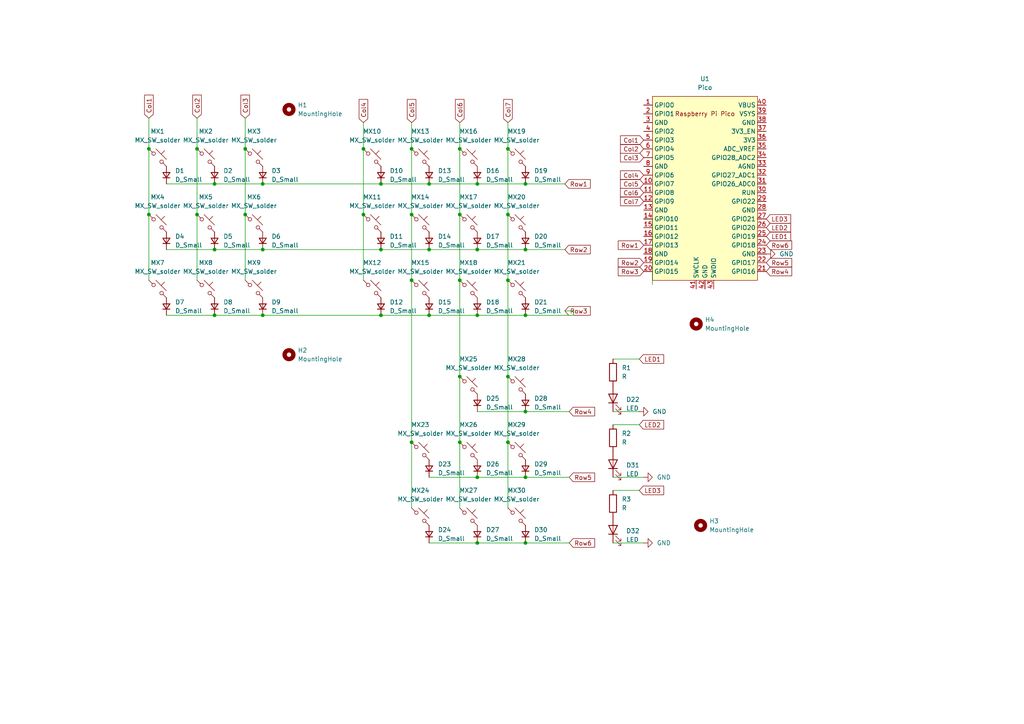
<source format=kicad_sch>
(kicad_sch (version 20250114) (generator "eeschema") (generator_version "9.0")
  (paper "A4")
  (lib_symbols
    (symbol "Device:D_Small" (pin_numbers (hide yes)) (pin_names (offset 0.254) (hide yes))
      (property "Reference" "D" (at -1.27 2.032 0))
      (property "Value" "D_Small" (at -3.81 -2.032 0))
      (symbol "D_Small_0_1"
        (polyline (pts (xy -0.762 0) (xy 0.762 0)))
        (polyline (pts (xy -0.762 -1.016) (xy -0.762 1.016)) (stroke (width 0.254)))
        (polyline (pts (xy 0.762 -1.016) (xy -0.762 0) (xy 0.762 1.016) (xy 0.762 -1.016)) (stroke (width 0.254)))
      )
      (symbol "D_Small_1_1"
        (pin passive line (at -2.54 0 0) (length 1.778) (name "K") (number "1"))
        (pin passive line (at 2.54 0 180) (length 1.778) (name "A") (number "2"))
      )
    )
    (symbol "Device:LED" (pin_numbers (hide yes)) (pin_names (offset 1.016) (hide yes))
      (property "Reference" "D" (at 0 2.54 0))
      (property "Value" "LED" (at 0 -2.54 0))
      (symbol "LED_0_1"
        (polyline (pts (xy -3.048 -0.762) (xy -4.572 -2.286) (xy -3.81 -2.286) (xy -4.572 -2.286) (xy -4.572 -1.524)))
        (polyline (pts (xy -1.778 -0.762) (xy -3.302 -2.286) (xy -2.54 -2.286) (xy -3.302 -2.286) (xy -3.302 -1.524)))
        (polyline (pts (xy -1.27 0) (xy 1.27 0)))
        (polyline (pts (xy -1.27 -1.27) (xy -1.27 1.27)) (stroke (width 0.254)))
        (polyline (pts (xy 1.27 -1.27) (xy 1.27 1.27) (xy -1.27 0) (xy 1.27 -1.27)) (stroke (width 0.254)))
      )
      (symbol "LED_1_1"
        (pin passive line (at -3.81 0 0) (length 2.54) (name "K") (number "1"))
        (pin passive line (at 3.81 0 180) (length 2.54) (name "A") (number "2"))
      )
    )
    (symbol "Device:R" (pin_numbers (hide yes)) (pin_names (offset 0))
      (property "Reference" "R" (at 2.032 0 90))
      (property "Value" "R" (at 0 0 90))
      (symbol "R_0_1"
        (rectangle (start -1.016 -2.54) (end 1.016 2.54) (stroke (width 0.254)))
      )
      (symbol "R_1_1"
        (pin passive line (at 0 3.81 270) (length 1.27) (name "~") (number "1"))
        (pin passive line (at 0 -3.81 90) (length 1.27) (name "~") (number "2"))
      )
    )
    (symbol "MCU_RaspberryPi_and_Boards:Pico"
      (property "Reference" "U" (at -13.97 27.94 0))
      (property "Value" "Pico" (at 0 19.05 0))
      (symbol "Pico_0_0"
        (text "Raspberry Pi Pico" (at 0 21.59 0) (effects (font (size 1.27 1.27))))
      )
      (symbol "Pico_0_1"
        (rectangle (start -15.24 26.67) (end 15.24 -26.67) (fill (type background)))
      )
      (symbol "Pico_1_1"
        (pin bidirectional line (at -17.78 24.13 0) (length 2.54) (name "GPIO0") (number "1"))
        (pin bidirectional line (at -17.78 21.59 0) (length 2.54) (name "GPIO1") (number "2"))
        (pin power_in line (at -17.78 19.05 0) (length 2.54) (name "GND") (number "3"))
        (pin bidirectional line (at -17.78 16.51 0) (length 2.54) (name "GPIO2") (number "4"))
        (pin bidirectional line (at -17.78 13.97 0) (length 2.54) (name "GPIO3") (number "5"))
        (pin bidirectional line (at -17.78 11.43 0) (length 2.54) (name "GPIO4") (number "6"))
        (pin bidirectional line (at -17.78 8.89 0) (length 2.54) (name "GPIO5") (number "7"))
        (pin power_in line (at -17.78 6.35 0) (length 2.54) (name "GND") (number "8"))
        (pin bidirectional line (at -17.78 3.81 0) (length 2.54) (name "GPIO6") (number "9"))
        (pin bidirectional line (at -17.78 1.27 0) (length 2.54) (name "GPIO7") (number "10"))
        (pin bidirectional line (at -17.78 -1.27 0) (length 2.54) (name "GPIO8") (number "11"))
        (pin bidirectional line (at -17.78 -3.81 0) (length 2.54) (name "GPIO9") (number "12"))
        (pin power_in line (at -17.78 -6.35 0) (length 2.54) (name "GND") (number "13"))
        (pin bidirectional line (at -17.78 -8.89 0) (length 2.54) (name "GPIO10") (number "14"))
        (pin bidirectional line (at -17.78 -11.43 0) (length 2.54) (name "GPIO11") (number "15"))
        (pin bidirectional line (at -17.78 -13.97 0) (length 2.54) (name "GPIO12") (number "16"))
        (pin bidirectional line (at -17.78 -16.51 0) (length 2.54) (name "GPIO13") (number "17"))
        (pin power_in line (at -17.78 -19.05 0) (length 2.54) (name "GND") (number "18"))
        (pin bidirectional line (at -17.78 -21.59 0) (length 2.54) (name "GPIO14") (number "19"))
        (pin bidirectional line (at -17.78 -24.13 0) (length 2.54) (name "GPIO15") (number "20"))
        (pin input line (at -2.54 -29.21 90) (length 2.54) (name "SWCLK") (number "41"))
        (pin power_in line (at 0 -29.21 90) (length 2.54) (name "GND") (number "42"))
        (pin bidirectional line (at 2.54 -29.21 90) (length 2.54) (name "SWDIO") (number "43"))
        (pin power_in line (at 17.78 24.13 180) (length 2.54) (name "VBUS") (number "40"))
        (pin power_in line (at 17.78 21.59 180) (length 2.54) (name "VSYS") (number "39"))
        (pin bidirectional line (at 17.78 19.05 180) (length 2.54) (name "GND") (number "38"))
        (pin input line (at 17.78 16.51 180) (length 2.54) (name "3V3_EN") (number "37"))
        (pin power_in line (at 17.78 13.97 180) (length 2.54) (name "3V3") (number "36"))
        (pin power_in line (at 17.78 11.43 180) (length 2.54) (name "ADC_VREF") (number "35"))
        (pin bidirectional line (at 17.78 8.89 180) (length 2.54) (name "GPIO28_ADC2") (number "34"))
        (pin power_in line (at 17.78 6.35 180) (length 2.54) (name "AGND") (number "33"))
        (pin bidirectional line (at 17.78 3.81 180) (length 2.54) (name "GPIO27_ADC1") (number "32"))
        (pin bidirectional line (at 17.78 1.27 180) (length 2.54) (name "GPIO26_ADC0") (number "31"))
        (pin input line (at 17.78 -1.27 180) (length 2.54) (name "RUN") (number "30"))
        (pin bidirectional line (at 17.78 -3.81 180) (length 2.54) (name "GPIO22") (number "29"))
        (pin power_in line (at 17.78 -6.35 180) (length 2.54) (name "GND") (number "28"))
        (pin bidirectional line (at 17.78 -8.89 180) (length 2.54) (name "GPIO21") (number "27"))
        (pin bidirectional line (at 17.78 -11.43 180) (length 2.54) (name "GPIO20") (number "26"))
        (pin bidirectional line (at 17.78 -13.97 180) (length 2.54) (name "GPIO19") (number "25"))
        (pin bidirectional line (at 17.78 -16.51 180) (length 2.54) (name "GPIO18") (number "24"))
        (pin power_in line (at 17.78 -19.05 180) (length 2.54) (name "GND") (number "23"))
        (pin bidirectional line (at 17.78 -21.59 180) (length 2.54) (name "GPIO17") (number "22"))
        (pin bidirectional line (at 17.78 -24.13 180) (length 2.54) (name "GPIO16") (number "21"))
      )
    )
    (symbol "Mechanical:MountingHole" (pin_names (offset 1.016)) (in_bom no)
      (property "Reference" "H" (at 0 5.08 0))
      (property "Value" "MountingHole" (at 0 3.175 0))
      (symbol "MountingHole_0_1"
        (circle (center 0 0) (radius 1.27) (stroke (width 1.27)))
      )
    )
    (symbol "PCM_marbastlib-mx:MX_SW_solder" (pin_numbers (hide yes)) (pin_names (offset 1.016) (hide yes))
      (property "Reference" "MX" (at 3.048 1.016 0))
      (property "Value" "MX_SW_solder" (at 0 -3.81 0))
      (symbol "MX_SW_solder_0_1"
        (polyline (pts (xy -2.54 2.54) (xy -1.524 1.524) (xy -1.524 1.524)))
        (circle (center -1.1684 1.1684) (radius 0.508))
        (polyline (pts (xy -0.508 2.54) (xy 2.54 -0.508)))
        (polyline (pts (xy 1.016 1.016) (xy 2.032 2.032)))
        (circle (center 1.143 -1.1938) (radius 0.508))
        (polyline (pts (xy 1.524 -1.524) (xy 2.54 -2.54) (xy 2.54 -2.54) (xy 2.54 -2.54)))
        (pin passive line (at -2.54 2.54 0) (length 0) (name "1") (number "1"))
        (pin passive line (at 2.54 -2.54 180) (length 0) (name "2") (number "2"))
      )
    )
    (symbol "power:GND" (power) (pin_numbers (hide yes)) (pin_names (offset 0) (hide yes))
      (property "Value" "GND" (at 0 -3.81 0))
      (symbol "GND_0_1"
        (polyline (pts (xy 0 0) (xy 0 -1.27) (xy 1.27 -1.27) (xy 0 -2.54) (xy -1.27 -1.27) (xy 0 -1.27)))
      )
      (symbol "GND_1_1"
        (pin power_in line (at 0 0 270) (length 0) (name "~") (number "1"))
      )
    )
  )
  (junction (at 110.49 91.44))
  (junction (at 138.43 157.48))
  (junction (at 147.32 43.18))
  (junction (at 76.2 53.34))
  (junction (at 124.46 53.34))
  (junction (at 43.18 62.23))
  (junction (at 138.43 138.43))
  (junction (at 71.12 62.23))
  (junction (at 43.18 43.18))
  (junction (at 152.4 138.43))
  (junction (at 119.38 128.27))
  (junction (at 119.38 43.18))
  (junction (at 152.4 72.39))
  (junction (at 105.41 62.23))
  (junction (at 105.41 43.18))
  (junction (at 133.35 109.22))
  (junction (at 133.35 128.27))
  (junction (at 57.15 62.23))
  (junction (at 152.4 53.34))
  (junction (at 152.4 91.44))
  (junction (at 152.4 119.38))
  (junction (at 124.46 72.39))
  (junction (at 133.35 62.23))
  (junction (at 133.35 43.18))
  (junction (at 147.32 81.28))
  (junction (at 110.49 72.39))
  (junction (at 147.32 62.23))
  (junction (at 138.43 53.34))
  (junction (at 147.32 128.27))
  (junction (at 76.2 72.39))
  (junction (at 76.2 91.44))
  (junction (at 147.32 109.22))
  (junction (at 119.38 81.28))
  (junction (at 62.23 91.44))
  (junction (at 62.23 72.39))
  (junction (at 138.43 72.39))
  (junction (at 110.49 53.34))
  (junction (at 124.46 91.44))
  (junction (at 133.35 81.28))
  (junction (at 57.15 43.18))
  (junction (at 138.43 91.44))
  (junction (at 119.38 62.23))
  (junction (at 71.12 43.18))
  (junction (at 62.23 53.34))
  (junction (at 152.4 157.48))
  (wire (pts (xy 138.43 91.44) (xy 152.4 91.44)))
  (wire (pts (xy 105.41 43.18) (xy 105.41 62.23)))
  (wire (pts (xy 147.32 43.18) (xy 147.32 62.23)))
  (wire (pts (xy 133.35 81.28) (xy 133.35 109.22)))
  (wire (pts (xy 152.4 138.43) (xy 165.1 138.43)))
  (wire (pts (xy 133.35 62.23) (xy 133.35 81.28)))
  (wire (pts (xy 43.18 43.18) (xy 43.18 62.23)))
  (wire (pts (xy 138.43 53.34) (xy 152.4 53.34)))
  (wire (pts (xy 119.38 81.28) (xy 119.38 128.27)))
  (wire (pts (xy 110.49 53.34) (xy 124.46 53.34)))
  (wire (pts (xy 138.43 138.43) (xy 152.4 138.43)))
  (wire (pts (xy 166.37 90.17) (xy 163.83 90.17)))
  (wire (pts (xy 124.46 157.48) (xy 138.43 157.48)))
  (wire (pts (xy 105.41 62.23) (xy 105.41 81.28)))
  (wire (pts (xy 57.15 62.23) (xy 57.15 81.28)))
  (wire (pts (xy 119.38 43.18) (xy 119.38 62.23)))
  (wire (pts (xy 177.8 123.19) (xy 185.42 123.19)))
  (wire (pts (xy 43.18 34.29) (xy 43.18 43.18)))
  (wire (pts (xy 119.38 62.23) (xy 119.38 81.28)))
  (wire (pts (xy 62.23 91.44) (xy 76.2 91.44)))
  (wire (pts (xy 43.18 62.23) (xy 43.18 81.28)))
  (wire (pts (xy 177.8 104.14) (xy 185.42 104.14)))
  (wire (pts (xy 105.41 35.56) (xy 105.41 43.18)))
  (wire (pts (xy 133.35 128.27) (xy 133.35 147.32)))
  (wire (pts (xy 177.8 138.43) (xy 186.69 138.43)))
  (wire (pts (xy 189.23 63.5) (xy 186.69 63.5)))
  (wire (pts (xy 71.12 43.18) (xy 71.12 62.23)))
  (wire (pts (xy 177.8 157.48) (xy 186.69 157.48)))
  (wire (pts (xy 133.35 109.22) (xy 133.35 128.27)))
  (wire (pts (xy 147.32 109.22) (xy 147.32 128.27)))
  (wire (pts (xy 147.32 81.28) (xy 147.32 109.22)))
  (wire (pts (xy 147.32 128.27) (xy 147.32 147.32)))
  (wire (pts (xy 147.32 35.56) (xy 147.32 43.18)))
  (wire (pts (xy 62.23 72.39) (xy 76.2 72.39)))
  (wire (pts (xy 189.23 82.55) (xy 189.23 63.5)))
  (wire (pts (xy 138.43 119.38) (xy 152.4 119.38)))
  (wire (pts (xy 76.2 53.34) (xy 110.49 53.34)))
  (wire (pts (xy 124.46 91.44) (xy 138.43 91.44)))
  (wire (pts (xy 76.2 72.39) (xy 110.49 72.39)))
  (wire (pts (xy 124.46 53.34) (xy 138.43 53.34)))
  (wire (pts (xy 177.8 142.24) (xy 185.42 142.24)))
  (wire (pts (xy 163.83 53.34) (xy 152.4 53.34)))
  (wire (pts (xy 177.8 119.38) (xy 185.42 119.38)))
  (wire (pts (xy 133.35 43.18) (xy 133.35 62.23)))
  (wire (pts (xy 152.4 72.39) (xy 163.83 72.39)))
  (wire (pts (xy 71.12 62.23) (xy 71.12 81.28)))
  (wire (pts (xy 110.49 72.39) (xy 124.46 72.39)))
  (wire (pts (xy 152.4 157.48) (xy 165.1 157.48)))
  (wire (pts (xy 48.26 72.39) (xy 62.23 72.39)))
  (wire (pts (xy 138.43 72.39) (xy 152.4 72.39)))
  (wire (pts (xy 124.46 72.39) (xy 138.43 72.39)))
  (wire (pts (xy 62.23 53.34) (xy 76.2 53.34)))
  (wire (pts (xy 147.32 62.23) (xy 147.32 81.28)))
  (wire (pts (xy 133.35 35.56) (xy 133.35 43.18)))
  (wire (pts (xy 48.26 53.34) (xy 62.23 53.34)))
  (wire (pts (xy 71.12 34.29) (xy 71.12 43.18)))
  (wire (pts (xy 119.38 35.56) (xy 119.38 43.18)))
  (wire (pts (xy 138.43 157.48) (xy 152.4 157.48)))
  (wire (pts (xy 57.15 34.29) (xy 57.15 43.18)))
  (wire (pts (xy 110.49 91.44) (xy 124.46 91.44)))
  (wire (pts (xy 166.37 90.17) (xy 166.37 91.44)))
  (wire (pts (xy 57.15 43.18) (xy 57.15 62.23)))
  (wire (pts (xy 166.37 91.44) (xy 152.4 91.44)))
  (wire (pts (xy 124.46 138.43) (xy 138.43 138.43)))
  (wire (pts (xy 48.26 91.44) (xy 62.23 91.44)))
  (wire (pts (xy 76.2 91.44) (xy 110.49 91.44)))
  (wire (pts (xy 152.4 119.38) (xy 165.1 119.38)))
  (wire (pts (xy 119.38 128.27) (xy 119.38 147.32)))
  (global_label "Col6" (shape input) (at 186.69 55.88 180) (property "Intersheetrefs" "${INTERSHEET_REFS}" (effects (hide yes))))
  (global_label "Row3" (shape input) (at 186.69 78.74 180) (property "Intersheetrefs" "${INTERSHEET_REFS}" (effects (hide yes))))
  (global_label "Col3" (shape input) (at 71.12 34.29 90) (property "Intersheetrefs" "${INTERSHEET_REFS}" (effects (hide yes))))
  (global_label "Row4" (shape input) (at 165.1 119.38 0) (property "Intersheetrefs" "${INTERSHEET_REFS}" (effects (hide yes))))
  (global_label "Col2" (shape input) (at 186.69 43.18 180) (property "Intersheetrefs" "${INTERSHEET_REFS}" (effects (hide yes))))
  (global_label "LED1" (shape input) (at 185.42 104.14 0) (property "Intersheetrefs" "${INTERSHEET_REFS}" (effects (hide yes))))
  (global_label "Col3" (shape input) (at 186.69 45.72 180) (property "Intersheetrefs" "${INTERSHEET_REFS}" (effects (hide yes))))
  (global_label "LED2" (shape input) (at 222.25 66.04 0) (property "Intersheetrefs" "${INTERSHEET_REFS}" (effects (hide yes))))
  (global_label "Col4" (shape input) (at 105.41 35.56 90) (property "Intersheetrefs" "${INTERSHEET_REFS}" (effects (hide yes))))
  (global_label "LED2" (shape input) (at 185.42 123.19 0) (property "Intersheetrefs" "${INTERSHEET_REFS}" (effects (hide yes))))
  (global_label "Row4" (shape input) (at 222.25 78.74 0) (property "Intersheetrefs" "${INTERSHEET_REFS}" (effects (hide yes))))
  (global_label "Row2" (shape input) (at 163.83 72.39 0) (property "Intersheetrefs" "${INTERSHEET_REFS}" (effects (hide yes))))
  (global_label "Col1" (shape input) (at 186.69 40.64 180) (property "Intersheetrefs" "${INTERSHEET_REFS}" (effects (hide yes))))
  (global_label "Row3" (shape input) (at 163.83 90.17 0) (property "Intersheetrefs" "${INTERSHEET_REFS}" (effects (hide yes))))
  (global_label "Col2" (shape input) (at 57.15 34.29 90) (property "Intersheetrefs" "${INTERSHEET_REFS}" (effects (hide yes))))
  (global_label "Row1" (shape input) (at 186.69 71.12 180) (property "Intersheetrefs" "${INTERSHEET_REFS}" (effects (hide yes))))
  (global_label "Row5" (shape input) (at 165.1 138.43 0) (property "Intersheetrefs" "${INTERSHEET_REFS}" (effects (hide yes))))
  (global_label "Row5" (shape input) (at 222.25 76.2 0) (property "Intersheetrefs" "${INTERSHEET_REFS}" (effects (hide yes))))
  (global_label "LED3" (shape input) (at 185.42 142.24 0) (property "Intersheetrefs" "${INTERSHEET_REFS}" (effects (hide yes))))
  (global_label "Col1" (shape input) (at 43.18 34.29 90) (property "Intersheetrefs" "${INTERSHEET_REFS}" (effects (hide yes))))
  (global_label "Col4" (shape input) (at 186.69 50.8 180) (property "Intersheetrefs" "${INTERSHEET_REFS}" (effects (hide yes))))
  (global_label "Row1" (shape input) (at 163.83 53.34 0) (property "Intersheetrefs" "${INTERSHEET_REFS}" (effects (hide yes))))
  (global_label "Col5" (shape input) (at 119.38 35.56 90) (property "Intersheetrefs" "${INTERSHEET_REFS}" (effects (hide yes))))
  (global_label "LED1" (shape input) (at 222.25 68.58 0) (property "Intersheetrefs" "${INTERSHEET_REFS}" (effects (hide yes))))
  (global_label "Col5" (shape input) (at 186.69 53.34 180) (property "Intersheetrefs" "${INTERSHEET_REFS}" (effects (hide yes))))
  (global_label "Row2" (shape input) (at 186.69 76.2 180) (property "Intersheetrefs" "${INTERSHEET_REFS}" (effects (hide yes))))
  (global_label "Col7" (shape input) (at 147.32 35.56 90) (property "Intersheetrefs" "${INTERSHEET_REFS}" (effects (hide yes))))
  (global_label "Col6" (shape input) (at 133.35 35.56 90) (property "Intersheetrefs" "${INTERSHEET_REFS}" (effects (hide yes))))
  (global_label "LED3" (shape input) (at 222.25 63.5 0) (property "Intersheetrefs" "${INTERSHEET_REFS}" (effects (hide yes))))
  (global_label "Col7" (shape input) (at 186.69 58.42 180) (property "Intersheetrefs" "${INTERSHEET_REFS}" (effects (hide yes))))
  (global_label "Row6" (shape input) (at 222.25 71.12 0) (property "Intersheetrefs" "${INTERSHEET_REFS}" (effects (hide yes))))
  (global_label "Row6" (shape input) (at 165.1 157.48 0) (property "Intersheetrefs" "${INTERSHEET_REFS}" (effects (hide yes))))
  (symbol (lib_id "Device:R") (at 177.8 146.05 0) (unit 1)
    (property "Reference" "R3" (at 180.34 144.7799 0) (effects (justify left)))
    (property "Value" "R" (at 180.34 147.3199 0) (effects (justify left)))
    (property "Footprint" "Resistor_THT:R_Axial_DIN0204_L3.6mm_D1.6mm_P5.08mm_Horizontal" (effects (hide yes)))
    (property "Description" "Resistor" (effects (hide yes)))
  )
  (symbol (lib_id "Device:D_Small") (at 152.4 88.9 90) (unit 1)
    (property "Reference" "D21" (at 154.94 87.6299 90) (effects (justify right)))
    (property "Value" "D_Small" (at 154.94 90.1699 90) (effects (justify right)))
    (property "Footprint" "Diode_THT:D_T-1_P5.08mm_Horizontal" (effects (hide yes)))
    (property "Description" "Diode, small symbol" (effects (hide yes)))
    (property "Sim.Device" "D" (effects (hide yes)))
    (property "Sim.Pins" "1=K 2=A" (effects (hide yes)))
  )
  (symbol (lib_id "PCM_marbastlib-mx:MX_SW_solder") (at 59.69 64.77 0) (unit 1)
    (property "Reference" "MX5" (at 59.69 57.15 0))
    (property "Value" "MX_SW_solder" (at 59.69 59.69 0))
    (property "Footprint" "PCM_marbastlib-mx:SW_MX_1u" (effects (hide yes)))
    (property "Description" "Push button switch, normally open, two pins, 45° tilted" (effects (hide yes)))
  )
  (symbol (lib_id "Device:D_Small") (at 124.46 50.8 90) (unit 1)
    (property "Reference" "D13" (at 127 49.5299 90) (effects (justify right)))
    (property "Value" "D_Small" (at 127 52.0699 90) (effects (justify right)))
    (property "Footprint" "Diode_THT:D_T-1_P5.08mm_Horizontal" (effects (hide yes)))
    (property "Description" "Diode, small symbol" (effects (hide yes)))
    (property "Sim.Device" "D" (effects (hide yes)))
    (property "Sim.Pins" "1=K 2=A" (effects (hide yes)))
  )
  (symbol (lib_id "Device:D_Small") (at 152.4 135.89 90) (unit 1)
    (property "Reference" "D29" (at 154.94 134.6199 90) (effects (justify right)))
    (property "Value" "D_Small" (at 154.94 137.1599 90) (effects (justify right)))
    (property "Footprint" "Diode_THT:D_T-1_P5.08mm_Horizontal" (effects (hide yes)))
    (property "Description" "Diode, small symbol" (effects (hide yes)))
    (property "Sim.Device" "D" (effects (hide yes)))
    (property "Sim.Pins" "1=K 2=A" (effects (hide yes)))
  )
  (symbol (lib_id "PCM_marbastlib-mx:MX_SW_solder") (at 121.92 130.81 0) (unit 1)
    (property "Reference" "MX23" (at 121.92 123.19 0))
    (property "Value" "MX_SW_solder" (at 121.92 125.73 0))
    (property "Footprint" "PCM_marbastlib-mx:SW_MX_1u" (effects (hide yes)))
    (property "Description" "Push button switch, normally open, two pins, 45° tilted" (effects (hide yes)))
  )
  (symbol (lib_id "Device:D_Small") (at 124.46 135.89 90) (unit 1)
    (property "Reference" "D23" (at 127 134.6199 90) (effects (justify right)))
    (property "Value" "D_Small" (at 127 137.1599 90) (effects (justify right)))
    (property "Footprint" "Diode_THT:D_T-1_P5.08mm_Horizontal" (effects (hide yes)))
    (property "Description" "Diode, small symbol" (effects (hide yes)))
    (property "Sim.Device" "D" (effects (hide yes)))
    (property "Sim.Pins" "1=K 2=A" (effects (hide yes)))
  )
  (symbol (lib_id "Device:D_Small") (at 152.4 154.94 90) (unit 1)
    (property "Reference" "D30" (at 154.94 153.6699 90) (effects (justify right)))
    (property "Value" "D_Small" (at 154.94 156.2099 90) (effects (justify right)))
    (property "Footprint" "Diode_THT:D_T-1_P5.08mm_Horizontal" (effects (hide yes)))
    (property "Description" "Diode, small symbol" (effects (hide yes)))
    (property "Sim.Device" "D" (effects (hide yes)))
    (property "Sim.Pins" "1=K 2=A" (effects (hide yes)))
  )
  (symbol (lib_id "Device:D_Small") (at 138.43 50.8 90) (unit 1)
    (property "Reference" "D16" (at 140.97 49.5299 90) (effects (justify right)))
    (property "Value" "D_Small" (at 140.97 52.0699 90) (effects (justify right)))
    (property "Footprint" "Diode_THT:D_T-1_P5.08mm_Horizontal" (effects (hide yes)))
    (property "Description" "Diode, small symbol" (effects (hide yes)))
    (property "Sim.Device" "D" (effects (hide yes)))
    (property "Sim.Pins" "1=K 2=A" (effects (hide yes)))
  )
  (symbol (lib_id "PCM_marbastlib-mx:MX_SW_solder") (at 135.89 130.81 0) (unit 1)
    (property "Reference" "MX26" (at 135.89 123.19 0))
    (property "Value" "MX_SW_solder" (at 135.89 125.73 0))
    (property "Footprint" "PCM_marbastlib-mx:SW_MX_1u" (effects (hide yes)))
    (property "Description" "Push button switch, normally open, two pins, 45° tilted" (effects (hide yes)))
  )
  (symbol (lib_id "PCM_marbastlib-mx:MX_SW_solder") (at 135.89 111.76 0) (unit 1)
    (property "Reference" "MX25" (at 135.89 104.14 0))
    (property "Value" "MX_SW_solder" (at 135.89 106.68 0))
    (property "Footprint" "PCM_marbastlib-mx:SW_MX_1u" (effects (hide yes)))
    (property "Description" "Push button switch, normally open, two pins, 45° tilted" (effects (hide yes)))
  )
  (symbol (lib_id "PCM_marbastlib-mx:MX_SW_solder") (at 135.89 45.72 0) (unit 1)
    (property "Reference" "MX16" (at 135.89 38.1 0))
    (property "Value" "MX_SW_solder" (at 135.89 40.64 0))
    (property "Footprint" "PCM_marbastlib-mx:SW_MX_1u" (effects (hide yes)))
    (property "Description" "Push button switch, normally open, two pins, 45° tilted" (effects (hide yes)))
  )
  (symbol (lib_id "PCM_marbastlib-mx:MX_SW_solder") (at 149.86 111.76 0) (unit 1)
    (property "Reference" "MX28" (at 149.86 104.14 0))
    (property "Value" "MX_SW_solder" (at 149.86 106.68 0))
    (property "Footprint" "PCM_marbastlib-mx:SW_MX_1u" (effects (hide yes)))
    (property "Description" "Push button switch, normally open, two pins, 45° tilted" (effects (hide yes)))
  )
  (symbol (lib_id "Device:D_Small") (at 152.4 116.84 90) (unit 1)
    (property "Reference" "D28" (at 154.94 115.5699 90) (effects (justify right)))
    (property "Value" "D_Small" (at 154.94 118.1099 90) (effects (justify right)))
    (property "Footprint" "Diode_THT:D_T-1_P5.08mm_Horizontal" (effects (hide yes)))
    (property "Description" "Diode, small symbol" (effects (hide yes)))
    (property "Sim.Device" "D" (effects (hide yes)))
    (property "Sim.Pins" "1=K 2=A" (effects (hide yes)))
  )
  (symbol (lib_id "Device:R") (at 177.8 127 0) (unit 1)
    (property "Reference" "R2" (at 180.34 125.7299 0) (effects (justify left)))
    (property "Value" "R" (at 180.34 128.2699 0) (effects (justify left)))
    (property "Footprint" "Resistor_THT:R_Axial_DIN0204_L3.6mm_D1.6mm_P5.08mm_Horizontal" (effects (hide yes)))
    (property "Description" "Resistor" (effects (hide yes)))
  )
  (symbol (lib_id "Device:D_Small") (at 138.43 135.89 90) (unit 1)
    (property "Reference" "D26" (at 140.97 134.6199 90) (effects (justify right)))
    (property "Value" "D_Small" (at 140.97 137.1599 90) (effects (justify right)))
    (property "Footprint" "Diode_THT:D_T-1_P5.08mm_Horizontal" (effects (hide yes)))
    (property "Description" "Diode, small symbol" (effects (hide yes)))
    (property "Sim.Device" "D" (effects (hide yes)))
    (property "Sim.Pins" "1=K 2=A" (effects (hide yes)))
  )
  (symbol (lib_id "PCM_marbastlib-mx:MX_SW_solder") (at 73.66 64.77 0) (unit 1)
    (property "Reference" "MX6" (at 73.66 57.15 0))
    (property "Value" "MX_SW_solder" (at 73.66 59.69 0))
    (property "Footprint" "PCM_marbastlib-mx:SW_MX_1u" (effects (hide yes)))
    (property "Description" "Push button switch, normally open, two pins, 45° tilted" (effects (hide yes)))
  )
  (symbol (lib_id "PCM_marbastlib-mx:MX_SW_solder") (at 121.92 45.72 0) (unit 1)
    (property "Reference" "MX13" (at 121.92 38.1 0))
    (property "Value" "MX_SW_solder" (at 121.92 40.64 0))
    (property "Footprint" "PCM_marbastlib-mx:SW_MX_1u" (effects (hide yes)))
    (property "Description" "Push button switch, normally open, two pins, 45° tilted" (effects (hide yes)))
  )
  (symbol (lib_id "Device:LED") (at 177.8 153.67 90) (unit 1)
    (property "Reference" "D32" (at 181.61 153.9874 90) (effects (justify right)))
    (property "Value" "LED" (at 181.61 156.5274 90) (effects (justify right)))
    (property "Footprint" "LED_THT:LED_D3.0mm" (effects (hide yes)))
    (property "Description" "Light emitting diode" (effects (hide yes)))
    (property "Sim.Pins" "1=K 2=A" (effects (hide yes)))
  )
  (symbol (lib_id "PCM_marbastlib-mx:MX_SW_solder") (at 149.86 64.77 0) (unit 1)
    (property "Reference" "MX20" (at 149.86 57.15 0))
    (property "Value" "MX_SW_solder" (at 149.86 59.69 0))
    (property "Footprint" "PCM_marbastlib-mx:SW_MX_1u" (effects (hide yes)))
    (property "Description" "Push button switch, normally open, two pins, 45° tilted" (effects (hide yes)))
  )
  (symbol (lib_id "Device:D_Small") (at 138.43 154.94 90) (unit 1)
    (property "Reference" "D27" (at 140.97 153.6699 90) (effects (justify right)))
    (property "Value" "D_Small" (at 140.97 156.2099 90) (effects (justify right)))
    (property "Footprint" "Diode_THT:D_T-1_P5.08mm_Horizontal" (effects (hide yes)))
    (property "Description" "Diode, small symbol" (effects (hide yes)))
    (property "Sim.Device" "D" (effects (hide yes)))
    (property "Sim.Pins" "1=K 2=A" (effects (hide yes)))
  )
  (symbol (lib_id "Device:LED") (at 177.8 134.62 90) (unit 1)
    (property "Reference" "D31" (at 181.61 134.9374 90) (effects (justify right)))
    (property "Value" "LED" (at 181.61 137.4774 90) (effects (justify right)))
    (property "Footprint" "LED_THT:LED_D3.0mm" (effects (hide yes)))
    (property "Description" "Light emitting diode" (effects (hide yes)))
    (property "Sim.Pins" "1=K 2=A" (effects (hide yes)))
  )
  (symbol (lib_id "MCU_RaspberryPi_and_Boards:Pico") (at 204.47 54.61 0) (unit 1)
    (property "Reference" "U1" (at 204.47 22.86 0))
    (property "Value" "Pico" (at 204.47 25.4 0))
    (property "Footprint" "MCU_RaspberryPi_and_Boards:RPi_Pico_SMD_TH" (effects (hide yes)))
  )
  (symbol (lib_id "Device:D_Small") (at 152.4 69.85 90) (unit 1)
    (property "Reference" "D20" (at 154.94 68.5799 90) (effects (justify right)))
    (property "Value" "D_Small" (at 154.94 71.1199 90) (effects (justify right)))
    (property "Footprint" "Diode_THT:D_T-1_P5.08mm_Horizontal" (effects (hide yes)))
    (property "Description" "Diode, small symbol" (effects (hide yes)))
    (property "Sim.Device" "D" (effects (hide yes)))
    (property "Sim.Pins" "1=K 2=A" (effects (hide yes)))
  )
  (symbol (lib_id "PCM_marbastlib-mx:MX_SW_solder") (at 149.86 130.81 0) (unit 1)
    (property "Reference" "MX29" (at 149.86 123.19 0))
    (property "Value" "MX_SW_solder" (at 149.86 125.73 0))
    (property "Footprint" "PCM_marbastlib-mx:SW_MX_1u" (effects (hide yes)))
    (property "Description" "Push button switch, normally open, two pins, 45° tilted" (effects (hide yes)))
  )
  (symbol (lib_id "PCM_marbastlib-mx:MX_SW_solder") (at 107.95 45.72 0) (unit 1)
    (property "Reference" "MX10" (at 107.95 38.1 0))
    (property "Value" "MX_SW_solder" (at 107.95 40.64 0))
    (property "Footprint" "PCM_marbastlib-mx:SW_MX_1u" (effects (hide yes)))
    (property "Description" "Push button switch, normally open, two pins, 45° tilted" (effects (hide yes)))
  )
  (symbol (lib_id "PCM_marbastlib-mx:MX_SW_solder") (at 149.86 149.86 0) (unit 1)
    (property "Reference" "MX30" (at 149.86 142.24 0))
    (property "Value" "MX_SW_solder" (at 149.86 144.78 0))
    (property "Footprint" "PCM_marbastlib-mx:SW_MX_1u" (effects (hide yes)))
    (property "Description" "Push button switch, normally open, two pins, 45° tilted" (effects (hide yes)))
  )
  (symbol (lib_id "Device:D_Small") (at 48.26 50.8 90) (unit 1)
    (property "Reference" "D1" (at 50.8 49.5299 90) (effects (justify right)))
    (property "Value" "D_Small" (at 50.8 52.0699 90) (effects (justify right)))
    (property "Footprint" "Diode_THT:D_T-1_P5.08mm_Horizontal" (effects (hide yes)))
    (property "Description" "Diode, small symbol" (effects (hide yes)))
    (property "Sim.Device" "D" (effects (hide yes)))
    (property "Sim.Pins" "1=K 2=A" (effects (hide yes)))
  )
  (symbol (lib_id "Device:R") (at 177.8 107.95 0) (unit 1)
    (property "Reference" "R1" (at 180.34 106.6799 0) (effects (justify left)))
    (property "Value" "R" (at 180.34 109.2199 0) (effects (justify left)))
    (property "Footprint" "Resistor_THT:R_Axial_DIN0204_L3.6mm_D1.6mm_P5.08mm_Horizontal" (effects (hide yes)))
    (property "Description" "Resistor" (effects (hide yes)))
  )
  (symbol (lib_id "PCM_marbastlib-mx:MX_SW_solder") (at 121.92 64.77 0) (unit 1)
    (property "Reference" "MX14" (at 121.92 57.15 0))
    (property "Value" "MX_SW_solder" (at 121.92 59.69 0))
    (property "Footprint" "PCM_marbastlib-mx:SW_MX_1u" (effects (hide yes)))
    (property "Description" "Push button switch, normally open, two pins, 45° tilted" (effects (hide yes)))
  )
  (symbol (lib_id "PCM_marbastlib-mx:MX_SW_solder") (at 121.92 149.86 0) (unit 1)
    (property "Reference" "MX24" (at 121.92 142.24 0))
    (property "Value" "MX_SW_solder" (at 121.92 144.78 0))
    (property "Footprint" "PCM_marbastlib-mx:SW_MX_1u" (effects (hide yes)))
    (property "Description" "Push button switch, normally open, two pins, 45° tilted" (effects (hide yes)))
  )
  (symbol (lib_id "Device:D_Small") (at 138.43 69.85 90) (unit 1)
    (property "Reference" "D17" (at 140.97 68.5799 90) (effects (justify right)))
    (property "Value" "D_Small" (at 140.97 71.1199 90) (effects (justify right)))
    (property "Footprint" "Diode_THT:D_T-1_P5.08mm_Horizontal" (effects (hide yes)))
    (property "Description" "Diode, small symbol" (effects (hide yes)))
    (property "Sim.Device" "D" (effects (hide yes)))
    (property "Sim.Pins" "1=K 2=A" (effects (hide yes)))
  )
  (symbol (lib_id "Device:D_Small") (at 124.46 69.85 90) (unit 1)
    (property "Reference" "D14" (at 127 68.5799 90) (effects (justify right)))
    (property "Value" "D_Small" (at 127 71.1199 90) (effects (justify right)))
    (property "Footprint" "Diode_THT:D_T-1_P5.08mm_Horizontal" (effects (hide yes)))
    (property "Description" "Diode, small symbol" (effects (hide yes)))
    (property "Sim.Device" "D" (effects (hide yes)))
    (property "Sim.Pins" "1=K 2=A" (effects (hide yes)))
  )
  (symbol (lib_id "PCM_marbastlib-mx:MX_SW_solder") (at 59.69 83.82 0) (unit 1)
    (property "Reference" "MX8" (at 59.69 76.2 0))
    (property "Value" "MX_SW_solder" (at 59.69 78.74 0))
    (property "Footprint" "PCM_marbastlib-mx:SW_MX_1u" (effects (hide yes)))
    (property "Description" "Push button switch, normally open, two pins, 45° tilted" (effects (hide yes)))
  )
  (symbol (lib_id "PCM_marbastlib-mx:MX_SW_solder") (at 59.69 45.72 0) (unit 1)
    (property "Reference" "MX2" (at 59.69 38.1 0))
    (property "Value" "MX_SW_solder" (at 59.69 40.64 0))
    (property "Footprint" "PCM_marbastlib-mx:SW_MX_1u" (effects (hide yes)))
    (property "Description" "Push button switch, normally open, two pins, 45° tilted" (effects (hide yes)))
  )
  (symbol (lib_id "Device:D_Small") (at 76.2 69.85 90) (unit 1)
    (property "Reference" "D6" (at 78.74 68.5799 90) (effects (justify right)))
    (property "Value" "D_Small" (at 78.74 71.1199 90) (effects (justify right)))
    (property "Footprint" "Diode_THT:D_T-1_P5.08mm_Horizontal" (effects (hide yes)))
    (property "Description" "Diode, small symbol" (effects (hide yes)))
    (property "Sim.Device" "D" (effects (hide yes)))
    (property "Sim.Pins" "1=K 2=A" (effects (hide yes)))
  )
  (symbol (lib_id "PCM_marbastlib-mx:MX_SW_solder") (at 107.95 64.77 0) (unit 1)
    (property "Reference" "MX11" (at 107.95 57.15 0))
    (property "Value" "MX_SW_solder" (at 107.95 59.69 0))
    (property "Footprint" "PCM_marbastlib-mx:SW_MX_1u" (effects (hide yes)))
    (property "Description" "Push button switch, normally open, two pins, 45° tilted" (effects (hide yes)))
  )
  (symbol (lib_id "PCM_marbastlib-mx:MX_SW_solder") (at 149.86 83.82 0) (unit 1)
    (property "Reference" "MX21" (at 149.86 76.2 0))
    (property "Value" "MX_SW_solder" (at 149.86 78.74 0))
    (property "Footprint" "PCM_marbastlib-mx:SW_MX_1u" (effects (hide yes)))
    (property "Description" "Push button switch, normally open, two pins, 45° tilted" (effects (hide yes)))
  )
  (symbol (lib_id "Mechanical:MountingHole") (at 83.82 102.87 0) (unit 1) (in_bom no)
    (property "Reference" "H2" (at 86.36 101.5999 0) (effects (justify left)))
    (property "Value" "MountingHole" (at 86.36 104.1399 0) (effects (justify left)))
    (property "Footprint" "MountingHole:MountingHole_3.2mm_M3_Pad_Via" (effects (hide yes)))
    (property "Description" "Mounting Hole without connection" (effects (hide yes)))
  )
  (symbol (lib_id "PCM_marbastlib-mx:MX_SW_solder") (at 73.66 83.82 0) (unit 1)
    (property "Reference" "MX9" (at 73.66 76.2 0))
    (property "Value" "MX_SW_solder" (at 73.66 78.74 0))
    (property "Footprint" "PCM_marbastlib-mx:SW_MX_1u" (effects (hide yes)))
    (property "Description" "Push button switch, normally open, two pins, 45° tilted" (effects (hide yes)))
  )
  (symbol (lib_id "PCM_marbastlib-mx:MX_SW_solder") (at 45.72 83.82 0) (unit 1)
    (property "Reference" "MX7" (at 45.72 76.2 0))
    (property "Value" "MX_SW_solder" (at 45.72 78.74 0))
    (property "Footprint" "PCM_marbastlib-mx:SW_MX_1u" (effects (hide yes)))
    (property "Description" "Push button switch, normally open, two pins, 45° tilted" (effects (hide yes)))
  )
  (symbol (lib_id "PCM_marbastlib-mx:MX_SW_solder") (at 135.89 83.82 0) (unit 1)
    (property "Reference" "MX18" (at 135.89 76.2 0))
    (property "Value" "MX_SW_solder" (at 135.89 78.74 0))
    (property "Footprint" "PCM_marbastlib-mx:SW_MX_1u" (effects (hide yes)))
    (property "Description" "Push button switch, normally open, two pins, 45° tilted" (effects (hide yes)))
  )
  (symbol (lib_id "power:GND") (at 186.69 157.48 90) (unit 1)
    (property "Reference" "#PWR03" (effects (hide yes)))
    (property "Value" "GND" (at 190.5 157.4799 90) (effects (justify right)))
    (property "Description" "Power symbol creates a global label with name \"GND\" , ground" (effects (hide yes)))
  )
  (symbol (lib_id "power:GND") (at 186.69 138.43 90) (unit 1)
    (property "Reference" "#PWR02" (effects (hide yes)))
    (property "Value" "GND" (at 190.5 138.4299 90) (effects (justify right)))
    (property "Description" "Power symbol creates a global label with name \"GND\" , ground" (effects (hide yes)))
  )
  (symbol (lib_id "PCM_marbastlib-mx:MX_SW_solder") (at 135.89 64.77 0) (unit 1)
    (property "Reference" "MX17" (at 135.89 57.15 0))
    (property "Value" "MX_SW_solder" (at 135.89 59.69 0))
    (property "Footprint" "PCM_marbastlib-mx:SW_MX_1u" (effects (hide yes)))
    (property "Description" "Push button switch, normally open, two pins, 45° tilted" (effects (hide yes)))
  )
  (symbol (lib_id "PCM_marbastlib-mx:MX_SW_solder") (at 45.72 64.77 0) (unit 1)
    (property "Reference" "MX4" (at 45.72 57.15 0))
    (property "Value" "MX_SW_solder" (at 45.72 59.69 0))
    (property "Footprint" "PCM_marbastlib-mx:SW_MX_1u" (effects (hide yes)))
    (property "Description" "Push button switch, normally open, two pins, 45° tilted" (effects (hide yes)))
  )
  (symbol (lib_id "Device:LED") (at 177.8 115.57 90) (unit 1)
    (property "Reference" "D22" (at 181.61 115.8874 90) (effects (justify right)))
    (property "Value" "LED" (at 181.61 118.4274 90) (effects (justify right)))
    (property "Footprint" "LED_THT:LED_D3.0mm" (effects (hide yes)))
    (property "Description" "Light emitting diode" (effects (hide yes)))
    (property "Sim.Pins" "1=K 2=A" (effects (hide yes)))
  )
  (symbol (lib_id "Device:D_Small") (at 48.26 88.9 90) (unit 1)
    (property "Reference" "D7" (at 50.8 87.6299 90) (effects (justify right)))
    (property "Value" "D_Small" (at 50.8 90.1699 90) (effects (justify right)))
    (property "Footprint" "Diode_THT:D_T-1_P5.08mm_Horizontal" (effects (hide yes)))
    (property "Description" "Diode, small symbol" (effects (hide yes)))
    (property "Sim.Device" "D" (effects (hide yes)))
    (property "Sim.Pins" "1=K 2=A" (effects (hide yes)))
  )
  (symbol (lib_id "Device:D_Small") (at 124.46 154.94 90) (unit 1)
    (property "Reference" "D24" (at 127 153.6699 90) (effects (justify right)))
    (property "Value" "D_Small" (at 127 156.2099 90) (effects (justify right)))
    (property "Footprint" "Diode_THT:D_T-1_P5.08mm_Horizontal" (effects (hide yes)))
    (property "Description" "Diode, small symbol" (effects (hide yes)))
    (property "Sim.Device" "D" (effects (hide yes)))
    (property "Sim.Pins" "1=K 2=A" (effects (hide yes)))
  )
  (symbol (lib_id "PCM_marbastlib-mx:MX_SW_solder") (at 107.95 83.82 0) (unit 1)
    (property "Reference" "MX12" (at 107.95 76.2 0))
    (property "Value" "MX_SW_solder" (at 107.95 78.74 0))
    (property "Footprint" "PCM_marbastlib-mx:SW_MX_1u" (effects (hide yes)))
    (property "Description" "Push button switch, normally open, two pins, 45° tilted" (effects (hide yes)))
  )
  (symbol (lib_id "PCM_marbastlib-mx:MX_SW_solder") (at 135.89 149.86 0) (unit 1)
    (property "Reference" "MX27" (at 135.89 142.24 0))
    (property "Value" "MX_SW_solder" (at 135.89 144.78 0))
    (property "Footprint" "PCM_marbastlib-mx:SW_MX_1u" (effects (hide yes)))
    (property "Description" "Push button switch, normally open, two pins, 45° tilted" (effects (hide yes)))
  )
  (symbol (lib_id "Device:D_Small") (at 152.4 50.8 90) (unit 1)
    (property "Reference" "D19" (at 154.94 49.5299 90) (effects (justify right)))
    (property "Value" "D_Small" (at 154.94 52.0699 90) (effects (justify right)))
    (property "Footprint" "Diode_THT:D_T-1_P5.08mm_Horizontal" (effects (hide yes)))
    (property "Description" "Diode, small symbol" (effects (hide yes)))
    (property "Sim.Device" "D" (effects (hide yes)))
    (property "Sim.Pins" "1=K 2=A" (effects (hide yes)))
  )
  (symbol (lib_id "Device:D_Small") (at 110.49 50.8 90) (unit 1)
    (property "Reference" "D10" (at 113.03 49.5299 90) (effects (justify right)))
    (property "Value" "D_Small" (at 113.03 52.0699 90) (effects (justify right)))
    (property "Footprint" "Diode_THT:D_T-1_P5.08mm_Horizontal" (effects (hide yes)))
    (property "Description" "Diode, small symbol" (effects (hide yes)))
    (property "Sim.Device" "D" (effects (hide yes)))
    (property "Sim.Pins" "1=K 2=A" (effects (hide yes)))
  )
  (symbol (lib_id "PCM_marbastlib-mx:MX_SW_solder") (at 149.86 45.72 0) (unit 1)
    (property "Reference" "MX19" (at 149.86 38.1 0))
    (property "Value" "MX_SW_solder" (at 149.86 40.64 0))
    (property "Footprint" "PCM_marbastlib-mx:SW_MX_1u" (effects (hide yes)))
    (property "Description" "Push button switch, normally open, two pins, 45° tilted" (effects (hide yes)))
  )
  (symbol (lib_id "Device:D_Small") (at 76.2 50.8 90) (unit 1)
    (property "Reference" "D3" (at 78.74 49.5299 90) (effects (justify right)))
    (property "Value" "D_Small" (at 78.74 52.0699 90) (effects (justify right)))
    (property "Footprint" "Diode_THT:D_T-1_P5.08mm_Horizontal" (effects (hide yes)))
    (property "Description" "Diode, small symbol" (effects (hide yes)))
    (property "Sim.Device" "D" (effects (hide yes)))
    (property "Sim.Pins" "1=K 2=A" (effects (hide yes)))
  )
  (symbol (lib_id "Device:D_Small") (at 62.23 50.8 90) (unit 1)
    (property "Reference" "D2" (at 64.77 49.5299 90) (effects (justify right)))
    (property "Value" "D_Small" (at 64.77 52.0699 90) (effects (justify right)))
    (property "Footprint" "Diode_THT:D_T-1_P5.08mm_Horizontal" (effects (hide yes)))
    (property "Description" "Diode, small symbol" (effects (hide yes)))
    (property "Sim.Device" "D" (effects (hide yes)))
    (property "Sim.Pins" "1=K 2=A" (effects (hide yes)))
  )
  (symbol (lib_id "Device:D_Small") (at 124.46 88.9 90) (unit 1)
    (property "Reference" "D15" (at 127 87.6299 90) (effects (justify right)))
    (property "Value" "D_Small" (at 127 90.1699 90) (effects (justify right)))
    (property "Footprint" "Diode_THT:D_T-1_P5.08mm_Horizontal" (effects (hide yes)))
    (property "Description" "Diode, small symbol" (effects (hide yes)))
    (property "Sim.Device" "D" (effects (hide yes)))
    (property "Sim.Pins" "1=K 2=A" (effects (hide yes)))
  )
  (symbol (lib_id "Device:D_Small") (at 62.23 69.85 90) (unit 1)
    (property "Reference" "D5" (at 64.77 68.5799 90) (effects (justify right)))
    (property "Value" "D_Small" (at 64.77 71.1199 90) (effects (justify right)))
    (property "Footprint" "Diode_THT:D_T-1_P5.08mm_Horizontal" (effects (hide yes)))
    (property "Description" "Diode, small symbol" (effects (hide yes)))
    (property "Sim.Device" "D" (effects (hide yes)))
    (property "Sim.Pins" "1=K 2=A" (effects (hide yes)))
  )
  (symbol (lib_id "PCM_marbastlib-mx:MX_SW_solder") (at 45.72 45.72 0) (unit 1)
    (property "Reference" "MX1" (at 45.72 38.1 0))
    (property "Value" "MX_SW_solder" (at 45.72 40.64 0))
    (property "Footprint" "PCM_marbastlib-mx:SW_MX_1u" (effects (hide yes)))
    (property "Description" "Push button switch, normally open, two pins, 45° tilted" (effects (hide yes)))
  )
  (symbol (lib_id "Device:D_Small") (at 110.49 69.85 90) (unit 1)
    (property "Reference" "D11" (at 113.03 68.5799 90) (effects (justify right)))
    (property "Value" "D_Small" (at 113.03 71.1199 90) (effects (justify right)))
    (property "Footprint" "Diode_THT:D_T-1_P5.08mm_Horizontal" (effects (hide yes)))
    (property "Description" "Diode, small symbol" (effects (hide yes)))
    (property "Sim.Device" "D" (effects (hide yes)))
    (property "Sim.Pins" "1=K 2=A" (effects (hide yes)))
  )
  (symbol (lib_id "PCM_marbastlib-mx:MX_SW_solder") (at 121.92 83.82 0) (unit 1)
    (property "Reference" "MX15" (at 121.92 76.2 0))
    (property "Value" "MX_SW_solder" (at 121.92 78.74 0))
    (property "Footprint" "PCM_marbastlib-mx:SW_MX_1u" (effects (hide yes)))
    (property "Description" "Push button switch, normally open, two pins, 45° tilted" (effects (hide yes)))
  )
  (symbol (lib_id "PCM_marbastlib-mx:MX_SW_solder") (at 73.66 45.72 0) (unit 1)
    (property "Reference" "MX3" (at 73.66 38.1 0))
    (property "Value" "MX_SW_solder" (at 73.66 40.64 0))
    (property "Footprint" "PCM_marbastlib-mx:SW_MX_1u" (effects (hide yes)))
    (property "Description" "Push button switch, normally open, two pins, 45° tilted" (effects (hide yes)))
  )
  (symbol (lib_id "Mechanical:MountingHole") (at 83.82 31.75 0) (unit 1) (in_bom no)
    (property "Reference" "H1" (at 86.36 30.4799 0) (effects (justify left)))
    (property "Value" "MountingHole" (at 86.36 33.0199 0) (effects (justify left)))
    (property "Footprint" "MountingHole:MountingHole_3.2mm_M3_Pad_Via" (effects (hide yes)))
    (property "Description" "Mounting Hole without connection" (effects (hide yes)))
  )
  (symbol (lib_id "Device:D_Small") (at 62.23 88.9 90) (unit 1)
    (property "Reference" "D8" (at 64.77 87.6299 90) (effects (justify right)))
    (property "Value" "D_Small" (at 64.77 90.1699 90) (effects (justify right)))
    (property "Footprint" "Diode_THT:D_T-1_P5.08mm_Horizontal" (effects (hide yes)))
    (property "Description" "Diode, small symbol" (effects (hide yes)))
    (property "Sim.Device" "D" (effects (hide yes)))
    (property "Sim.Pins" "1=K 2=A" (effects (hide yes)))
  )
  (symbol (lib_id "Mechanical:MountingHole") (at 203.2 152.4 0) (unit 1) (in_bom no)
    (property "Reference" "H3" (at 205.74 151.1299 0) (effects (justify left)))
    (property "Value" "MountingHole" (at 205.74 153.6699 0) (effects (justify left)))
    (property "Footprint" "MountingHole:MountingHole_3.2mm_M3_Pad_Via" (effects (hide yes)))
    (property "Description" "Mounting Hole without connection" (effects (hide yes)))
  )
  (symbol (lib_id "Device:D_Small") (at 138.43 88.9 90) (unit 1)
    (property "Reference" "D18" (at 140.97 87.6299 90) (effects (justify right)))
    (property "Value" "D_Small" (at 140.97 90.1699 90) (effects (justify right)))
    (property "Footprint" "Diode_THT:D_T-1_P5.08mm_Horizontal" (effects (hide yes)))
    (property "Description" "Diode, small symbol" (effects (hide yes)))
    (property "Sim.Device" "D" (effects (hide yes)))
    (property "Sim.Pins" "1=K 2=A" (effects (hide yes)))
  )
  (symbol (lib_id "power:GND") (at 185.42 119.38 90) (unit 1)
    (property "Reference" "#PWR01" (effects (hide yes)))
    (property "Value" "GND" (at 189.23 119.3799 90) (effects (justify right)))
    (property "Description" "Power symbol creates a global label with name \"GND\" , ground" (effects (hide yes)))
  )
  (symbol (lib_id "Device:D_Small") (at 138.43 116.84 90) (unit 1)
    (property "Reference" "D25" (at 140.97 115.5699 90) (effects (justify right)))
    (property "Value" "D_Small" (at 140.97 118.1099 90) (effects (justify right)))
    (property "Footprint" "Diode_THT:D_T-1_P5.08mm_Horizontal" (effects (hide yes)))
    (property "Description" "Diode, small symbol" (effects (hide yes)))
    (property "Sim.Device" "D" (effects (hide yes)))
    (property "Sim.Pins" "1=K 2=A" (effects (hide yes)))
  )
  (symbol (lib_id "Device:D_Small") (at 110.49 88.9 90) (unit 1)
    (property "Reference" "D12" (at 113.03 87.6299 90) (effects (justify right)))
    (property "Value" "D_Small" (at 113.03 90.1699 90) (effects (justify right)))
    (property "Footprint" "Diode_THT:D_T-1_P5.08mm_Horizontal" (effects (hide yes)))
    (property "Description" "Diode, small symbol" (effects (hide yes)))
    (property "Sim.Device" "D" (effects (hide yes)))
    (property "Sim.Pins" "1=K 2=A" (effects (hide yes)))
  )
  (symbol (lib_id "Device:D_Small") (at 48.26 69.85 90) (unit 1)
    (property "Reference" "D4" (at 50.8 68.5799 90) (effects (justify right)))
    (property "Value" "D_Small" (at 50.8 71.1199 90) (effects (justify right)))
    (property "Footprint" "Diode_THT:D_T-1_P5.08mm_Horizontal" (effects (hide yes)))
    (property "Description" "Diode, small symbol" (effects (hide yes)))
    (property "Sim.Device" "D" (effects (hide yes)))
    (property "Sim.Pins" "1=K 2=A" (effects (hide yes)))
  )
  (symbol (lib_id "Device:D_Small") (at 76.2 88.9 90) (unit 1)
    (property "Reference" "D9" (at 78.74 87.6299 90) (effects (justify right)))
    (property "Value" "D_Small" (at 78.74 90.1699 90) (effects (justify right)))
    (property "Footprint" "Diode_THT:D_T-1_P5.08mm_Horizontal" (effects (hide yes)))
    (property "Description" "Diode, small symbol" (effects (hide yes)))
    (property "Sim.Device" "D" (effects (hide yes)))
    (property "Sim.Pins" "1=K 2=A" (effects (hide yes)))
  )
  (symbol (lib_id "power:GND") (at 222.25 73.66 90) (unit 1)
    (property "Reference" "#PWR04" (effects (hide yes)))
    (property "Value" "GND" (at 226.06 73.6599 90) (effects (justify right)))
    (property "Description" "Power symbol creates a global label with name \"GND\" , ground" (effects (hide yes)))
  )
  (symbol (lib_id "Mechanical:MountingHole") (at 201.93 93.98 0) (unit 1) (in_bom no)
    (property "Reference" "H4" (at 204.47 92.7099 0) (effects (justify left)))
    (property "Value" "MountingHole" (at 204.47 95.2499 0) (effects (justify left)))
    (property "Footprint" "MountingHole:MountingHole_3.2mm_M3_Pad_Via" (effects (hide yes)))
    (property "Description" "Mounting Hole without connection" (effects (hide yes)))
  )
)
</source>
